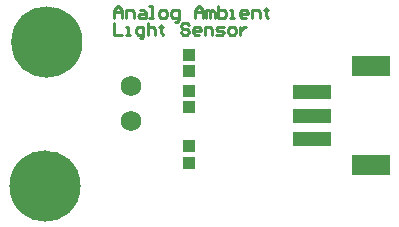
<source format=gts>
%FSLAX23Y23*%
%MOIN*%
G70*
G01*
G75*
G04 Layer_Color=8388736*
%ADD10R,0.035X0.031*%
%ADD11R,0.118X0.059*%
%ADD12R,0.118X0.039*%
%ADD13C,0.010*%
%ADD14C,0.060*%
%ADD15C,0.039*%
%ADD16C,0.236*%
%ADD17C,0.004*%
%ADD18C,0.000*%
%ADD19R,0.023X0.043*%
%ADD20C,0.059*%
%ADD21R,0.043X0.039*%
%ADD22R,0.126X0.067*%
%ADD23R,0.126X0.047*%
%ADD24C,0.068*%
D13*
X400Y725D02*
Y751D01*
X413Y764D01*
X426Y751D01*
Y725D01*
Y745D01*
X400D01*
X439Y725D02*
Y751D01*
X459D01*
X466Y745D01*
Y725D01*
X485Y751D02*
X498D01*
X505Y745D01*
Y725D01*
X485D01*
X479Y732D01*
X485Y738D01*
X505D01*
X518Y725D02*
X531D01*
X525D01*
Y764D01*
X518D01*
X557Y725D02*
X571D01*
X577Y732D01*
Y745D01*
X571Y751D01*
X557D01*
X551Y745D01*
Y732D01*
X557Y725D01*
X603Y712D02*
X610D01*
X616Y718D01*
Y751D01*
X597D01*
X590Y745D01*
Y732D01*
X597Y725D01*
X616D01*
X669D02*
Y751D01*
X682Y764D01*
X695Y751D01*
Y725D01*
Y745D01*
X669D01*
X708Y725D02*
Y751D01*
X715D01*
X721Y745D01*
Y725D01*
Y745D01*
X728Y751D01*
X735Y745D01*
Y725D01*
X748Y764D02*
Y725D01*
X767D01*
X774Y732D01*
Y738D01*
Y745D01*
X767Y751D01*
X748D01*
X787Y725D02*
X800D01*
X794D01*
Y751D01*
X787D01*
X839Y725D02*
X826D01*
X820Y732D01*
Y745D01*
X826Y751D01*
X839D01*
X846Y745D01*
Y738D01*
X820D01*
X859Y725D02*
Y751D01*
X879D01*
X885Y745D01*
Y725D01*
X905Y758D02*
Y751D01*
X899D01*
X912D01*
X905D01*
Y732D01*
X912Y725D01*
X400Y709D02*
Y670D01*
X426D01*
X439D02*
X452D01*
X446D01*
Y696D01*
X439D01*
X485Y657D02*
X492D01*
X498Y663D01*
Y696D01*
X479D01*
X472Y690D01*
Y677D01*
X479Y670D01*
X498D01*
X512Y709D02*
Y670D01*
Y690D01*
X518Y696D01*
X531D01*
X538Y690D01*
Y670D01*
X557Y703D02*
Y696D01*
X551D01*
X564D01*
X557D01*
Y677D01*
X564Y670D01*
X649Y703D02*
X643Y709D01*
X630D01*
X623Y703D01*
Y696D01*
X630Y690D01*
X643D01*
X649Y683D01*
Y677D01*
X643Y670D01*
X630D01*
X623Y677D01*
X682Y670D02*
X669D01*
X662Y677D01*
Y690D01*
X669Y696D01*
X682D01*
X689Y690D01*
Y683D01*
X662D01*
X702Y670D02*
Y696D01*
X721D01*
X728Y690D01*
Y670D01*
X741D02*
X761D01*
X767Y677D01*
X761Y683D01*
X748D01*
X741Y690D01*
X748Y696D01*
X767D01*
X787Y670D02*
X800D01*
X807Y677D01*
Y690D01*
X800Y696D01*
X787D01*
X780Y690D01*
Y677D01*
X787Y670D01*
X820Y696D02*
Y670D01*
Y683D01*
X826Y690D01*
X833Y696D01*
X839D01*
D15*
X112Y708D02*
D03*
X238D02*
D03*
X175Y734D02*
D03*
X86Y645D02*
D03*
X112Y582D02*
D03*
X175Y556D02*
D03*
X238Y582D02*
D03*
X264Y645D02*
D03*
X259Y165D02*
D03*
X233Y102D02*
D03*
X170Y76D02*
D03*
X107Y102D02*
D03*
X81Y165D02*
D03*
X170Y254D02*
D03*
X233Y228D02*
D03*
X107D02*
D03*
D16*
X175Y645D02*
D03*
X170Y165D02*
D03*
D20*
X264Y645D02*
G03*
X264Y645I-89J0D01*
G01*
X259Y165D02*
G03*
X259Y165I-89J0D01*
G01*
D21*
X650Y242D02*
D03*
Y298D02*
D03*
X650Y483D02*
D03*
Y427D02*
D03*
Y603D02*
D03*
Y547D02*
D03*
D22*
X1257Y235D02*
D03*
Y565D02*
D03*
D23*
X1060Y479D02*
D03*
Y321D02*
D03*
Y400D02*
D03*
Y479D02*
D03*
D24*
X455Y499D02*
D03*
Y381D02*
D03*
M02*

</source>
